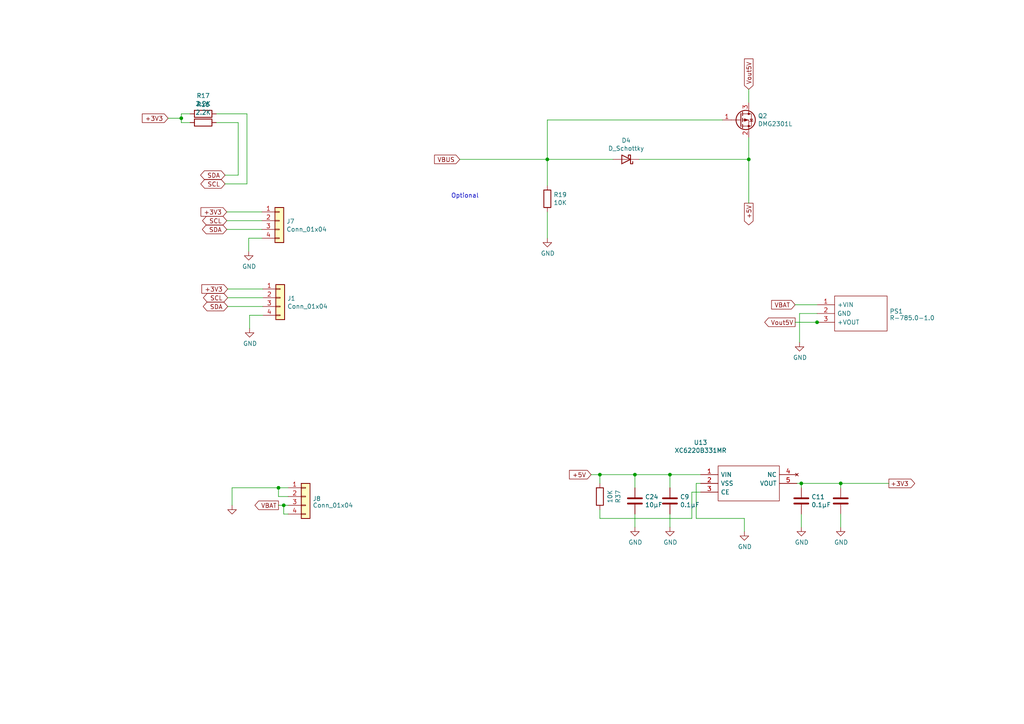
<source format=kicad_sch>
(kicad_sch (version 20230121) (generator eeschema)
  (paper "A4")
  (title_block (title "Harpes_ESP32a") (date "2021-12-11"))
  (lib_symbols
    (symbol "Connector_Generic:Conn_01x04" (pin_names (offset 1.016) hide)
      (property "Reference" "J" (at 0 5.08 0))
      (property "Value" "Conn_01x04" (at 0 -7.62 0))
      (symbol "Conn_01x04_1_1"
        (rectangle (start -1.27 -4.953) (end 0 -5.207) (stroke (width 0.1524)))
        (rectangle (start -1.27 -2.413) (end 0 -2.667) (stroke (width 0.1524)))
        (rectangle (start -1.27 0.127) (end 0 -0.127) (stroke (width 0.1524)))
        (rectangle (start -1.27 2.667) (end 0 2.413) (stroke (width 0.1524)))
        (rectangle (start -1.27 3.81) (end 1.27 -6.35) (stroke (width 0.254)) (fill (type background)))
        (pin passive line (at -5.08 2.54 0) (length 3.81) (name "Pin_1") (number "1"))
        (pin passive line (at -5.08 0 0) (length 3.81) (name "Pin_2") (number "2"))
        (pin passive line (at -5.08 -2.54 0) (length 3.81) (name "Pin_3") (number "3"))
        (pin passive line (at -5.08 -5.08 0) (length 3.81) (name "Pin_4") (number "4"))
      )
    )
    (symbol "Device:C" (pin_numbers hide) (pin_names (offset 0.254))
      (property "Reference" "C" (at 0.635 2.54 0))
      (property "Value" "C" (at 0.635 -2.54 0))
      (symbol "C_0_1"
        (polyline (pts (xy -2.032 -0.762) (xy 2.032 -0.762)) (stroke (width 0.508)))
        (polyline (pts (xy -2.032 0.762) (xy 2.032 0.762)) (stroke (width 0.508)))
      )
      (symbol "C_1_1"
        (pin passive line (at 0 3.81 270) (length 2.794) (name "~") (number "1"))
        (pin passive line (at 0 -3.81 90) (length 2.794) (name "~") (number "2"))
      )
    )
    (symbol "Device:D_Schottky" (pin_numbers hide) (pin_names (offset 1.016) hide)
      (property "Reference" "D" (at 0 2.54 0))
      (property "Value" "D_Schottky" (at 0 -2.54 0))
      (symbol "D_Schottky_0_1"
        (polyline (pts (xy 1.27 0) (xy -1.27 0)))
        (polyline (pts (xy 1.27 1.27) (xy 1.27 -1.27) (xy -1.27 0) (xy 1.27 1.27)) (stroke (width 0.254)))
        (polyline (pts (xy -1.905 0.635) (xy -1.905 1.27) (xy -1.27 1.27) (xy -1.27 -1.27) (xy -0.635 -1.27) (xy -0.635 -0.635)) (stroke (width 0.254)))
      )
      (symbol "D_Schottky_1_1"
        (pin passive line (at -3.81 0 0) (length 2.54) (name "K") (number "1"))
        (pin passive line (at 3.81 0 180) (length 2.54) (name "A") (number "2"))
      )
    )
    (symbol "Device:R" (pin_numbers hide) (pin_names (offset 0))
      (property "Reference" "R" (at 2.032 0 90))
      (property "Value" "R" (at 0 0 90))
      (symbol "R_0_1"
        (rectangle (start -1.016 -2.54) (end 1.016 2.54) (stroke (width 0.254)))
      )
      (symbol "R_1_1"
        (pin passive line (at 0 3.81 270) (length 1.27) (name "~") (number "1"))
        (pin passive line (at 0 -3.81 90) (length 1.27) (name "~") (number "2"))
      )
    )
    (symbol "R-785.0-1.0:R-785.0-1.0" (pin_names (offset 0.762))
      (property "Reference" "PS" (at 21.59 7.62 0))
      (property "Value" "R-785.0-1.0" (at 21.59 5.08 0))
      (symbol "R-785.0-1.0_0_0"
        (pin passive line (at 0 0 0) (length 5.08) (name "+VIN") (number "1"))
        (pin passive line (at 0 -2.54 0) (length 5.08) (name "GND") (number "2"))
        (pin passive line (at 0 -5.08 0) (length 5.08) (name "+VOUT") (number "3"))
      )
      (symbol "R-785.0-1.0_0_1"
        (polyline (pts (xy 5.08 2.54) (xy 20.32 2.54) (xy 20.32 -7.62) (xy 5.08 -7.62) (xy 5.08 2.54)) (stroke (width 0.1524)))
      )
    )
    (symbol "RE1C002UN:DMG2301L" (pin_names hide)
      (property "Reference" "Q" (at 5.08 1.905 0))
      (property "Value" "DMG2301L" (at 5.08 0 0))
      (symbol "DMG2301L_0_1"
        (polyline (pts (xy 0.254 0) (xy -2.54 0)))
        (polyline (pts (xy 0.254 1.905) (xy 0.254 -1.905)) (stroke (width 0.254)))
        (polyline (pts (xy 0.762 -1.27) (xy 0.762 -2.286)) (stroke (width 0.254)))
        (polyline (pts (xy 0.762 0.508) (xy 0.762 -0.508)) (stroke (width 0.254)))
        (polyline (pts (xy 0.762 2.286) (xy 0.762 1.27)) (stroke (width 0.254)))
        (polyline (pts (xy 2.54 2.54) (xy 2.54 1.778)))
        (polyline (pts (xy 2.54 -2.54) (xy 2.54 0) (xy 0.762 0)))
        (polyline (pts (xy 0.762 1.778) (xy 3.302 1.778) (xy 3.302 -1.778) (xy 0.762 -1.778)))
        (polyline (pts (xy 2.286 0) (xy 1.27 0.381) (xy 1.27 -0.381) (xy 2.286 0)) (fill (type outline)))
        (polyline (pts (xy 2.794 -0.508) (xy 2.921 -0.381) (xy 3.683 -0.381) (xy 3.81 -0.254)))
        (polyline (pts (xy 3.302 -0.381) (xy 2.921 0.254) (xy 3.683 0.254) (xy 3.302 -0.381)))
        (circle (center 1.651 0) (radius 2.794) (stroke (width 0.254)))
        (circle (center 2.54 -1.778) (radius 0.254) (fill (type outline)))
        (circle (center 2.54 1.778) (radius 0.254) (fill (type outline)))
      )
      (symbol "DMG2301L_1_1"
        (pin input line (at -5.08 0 0) (length 2.54) (name "G") (number "1"))
        (pin passive line (at 2.54 -5.08 90) (length 2.54) (name "S") (number "2"))
        (pin passive line (at 2.54 5.08 270) (length 2.54) (name "D") (number "3"))
      )
    )
    (symbol "XC6220B331MR-G:XC6220B331MR-G" (pin_names (offset 0.762))
      (property "Reference" "IC" (at 24.13 7.62 0))
      (property "Value" "XC6220B331MR-G" (at 24.13 5.08 0))
      (symbol "XC6220B331MR-G_0_0"
        (pin passive line (at 0 0 0) (length 5.08) (name "VIN") (number "1"))
        (pin passive line (at 0 -2.54 0) (length 5.08) (name "VSS") (number "2"))
        (pin passive line (at 0 -5.08 0) (length 5.08) (name "CE") (number "3"))
        (pin no_connect line (at 27.94 0 180) (length 5.08) (name "NC") (number "4"))
        (pin passive line (at 27.94 -2.54 180) (length 5.08) (name "VOUT") (number "5"))
      )
      (symbol "XC6220B331MR-G_0_1"
        (polyline (pts (xy 5.08 2.54) (xy 22.86 2.54) (xy 22.86 -7.62) (xy 5.08 -7.62) (xy 5.08 2.54)) (stroke (width 0.1524)))
      )
    )
    (symbol "power:GND" (power) (pin_names (offset 0))
      (property "Value" "GND" (at 0 -3.81 0))
      (symbol "GND_0_1"
        (polyline (pts (xy 0 0) (xy 0 -1.27) (xy 1.27 -1.27) (xy 0 -2.54) (xy -1.27 -1.27) (xy 0 -1.27)))
      )
      (symbol "GND_1_1"
        (pin power_in line (at 0 0 270) (length 0) hide (name "GND") (number "1"))
      )
    )
  )
  (junction (at 194.31 137.668))
  (junction (at 217.17 46.228))
  (junction (at 184.15 137.668))
  (junction (at 158.75 46.228))
  (junction (at 173.99 137.668))
  (junction (at 82.296 146.558))
  (junction (at 232.41 140.208))
  (junction (at 243.84 140.208))
  (junction (at 80.772 141.478))
  (junction (at 52.578 34.29))
  (junction (at 236.982 93.472))
  (wire (pts (xy 232.41 149.098) (xy 232.41 152.908)))
  (wire (pts (xy 67.31 141.478) (xy 67.31 146.558)))
  (wire (pts (xy 217.17 39.878) (xy 217.17 46.228)))
  (wire (pts (xy 194.31 149.098) (xy 194.31 152.908)))
  (wire (pts (xy 65.786 61.468) (xy 75.946 61.468)))
  (wire (pts (xy 243.84 141.478) (xy 243.84 140.208)))
  (wire (pts (xy 72.39 91.44) (xy 72.39 95.25)))
  (wire (pts (xy 71.628 33.02) (xy 62.738 33.02)))
  (wire (pts (xy 52.578 34.29) (xy 52.578 33.02)))
  (wire (pts (xy 173.99 150.368) (xy 200.66 150.368)))
  (wire (pts (xy 133.35 46.228) (xy 158.75 46.228)))
  (wire (pts (xy 243.84 149.098) (xy 243.84 152.908)))
  (wire (pts (xy 80.772 141.478) (xy 67.31 141.478)))
  (wire (pts (xy 232.41 141.478) (xy 232.41 140.208)))
  (wire (pts (xy 75.946 64.008) (xy 65.786 64.008)))
  (wire (pts (xy 71.628 53.34) (xy 71.628 33.02)))
  (wire (pts (xy 66.04 83.82) (xy 76.2 83.82)))
  (wire (pts (xy 231.902 90.932) (xy 231.902 99.314)))
  (wire (pts (xy 194.31 137.668) (xy 194.31 141.478)))
  (wire (pts (xy 83.566 141.478) (xy 80.772 141.478)))
  (wire (pts (xy 184.15 137.668) (xy 184.15 141.478)))
  (wire (pts (xy 158.75 46.228) (xy 158.75 53.848)))
  (wire (pts (xy 80.772 146.558) (xy 82.296 146.558)))
  (wire (pts (xy 72.136 69.088) (xy 72.136 72.898)))
  (wire (pts (xy 69.088 35.56) (xy 62.738 35.56)))
  (wire (pts (xy 52.578 33.02) (xy 55.118 33.02)))
  (wire (pts (xy 158.75 34.798) (xy 209.55 34.798)))
  (wire (pts (xy 173.99 140.208) (xy 173.99 137.668)))
  (wire (pts (xy 203.2 142.748) (xy 200.66 142.748)))
  (wire (pts (xy 236.982 90.932) (xy 231.902 90.932)))
  (wire (pts (xy 158.75 61.468) (xy 158.75 69.088)))
  (wire (pts (xy 201.93 150.368) (xy 215.9 150.368)))
  (wire (pts (xy 66.04 88.9) (xy 76.2 88.9)))
  (wire (pts (xy 215.9 150.368) (xy 215.9 154.178)))
  (wire (pts (xy 80.772 141.478) (xy 80.772 144.018)))
  (wire (pts (xy 76.2 86.36) (xy 66.04 86.36)))
  (wire (pts (xy 200.66 142.748) (xy 200.66 150.368)))
  (wire (pts (xy 76.2 91.44) (xy 72.39 91.44)))
  (wire (pts (xy 75.946 69.088) (xy 72.136 69.088)))
  (wire (pts (xy 230.632 93.472) (xy 236.982 93.472)))
  (wire (pts (xy 173.99 150.368) (xy 173.99 147.828)))
  (wire (pts (xy 230.632 88.392) (xy 236.982 88.392)))
  (wire (pts (xy 82.296 146.558) (xy 83.566 146.558)))
  (wire (pts (xy 194.31 137.668) (xy 203.2 137.668)))
  (wire (pts (xy 80.772 144.018) (xy 83.566 144.018)))
  (wire (pts (xy 55.118 35.56) (xy 52.578 35.56)))
  (wire (pts (xy 173.99 137.668) (xy 184.15 137.668)))
  (wire (pts (xy 52.578 34.29) (xy 48.768 34.29)))
  (wire (pts (xy 236.982 93.472) (xy 237.236 93.472)))
  (wire (pts (xy 232.41 140.208) (xy 243.84 140.208)))
  (wire (pts (xy 231.14 140.208) (xy 232.41 140.208)))
  (wire (pts (xy 203.2 140.208) (xy 201.93 140.208)))
  (wire (pts (xy 217.17 29.718) (xy 217.17 25.908)))
  (wire (pts (xy 69.088 50.8) (xy 65.278 50.8)))
  (wire (pts (xy 171.45 137.668) (xy 173.99 137.668)))
  (wire (pts (xy 52.578 35.56) (xy 52.578 34.29)))
  (wire (pts (xy 69.088 50.8) (xy 69.088 35.56)))
  (wire (pts (xy 71.628 53.34) (xy 65.278 53.34)))
  (wire (pts (xy 243.84 140.208) (xy 257.81 140.208)))
  (wire (pts (xy 65.786 66.548) (xy 75.946 66.548)))
  (wire (pts (xy 184.15 137.668) (xy 194.31 137.668)))
  (wire (pts (xy 82.296 146.558) (xy 82.296 149.098)))
  (wire (pts (xy 158.75 46.228) (xy 158.75 34.798)))
  (wire (pts (xy 185.42 46.228) (xy 217.17 46.228)))
  (wire (pts (xy 217.17 46.228) (xy 217.17 58.928)))
  (wire (pts (xy 184.15 149.098) (xy 184.15 152.908)))
  (wire (pts (xy 158.75 46.228) (xy 177.8 46.228)))
  (wire (pts (xy 201.93 140.208) (xy 201.93 150.368)))
  (wire (pts (xy 82.296 149.098) (xy 83.566 149.098)))
  (text "Optional" (at 130.81 57.658 0) (effects (font (size 1.27 1.27)) (justify left bottom)))
  (global_label "+3V3" (shape input) (at 66.04 83.82 180) (property "Intersheetrefs" "${INTERSHEET_REFS}" (effects hide)))
  (global_label "SCL" (shape bidirectional) (at 65.786 64.008 180) (property "Intersheetrefs" "${INTERSHEET_REFS}" (effects hide)))
  (global_label "+3V3" (shape input) (at 48.768 34.29 180) (property "Intersheetrefs" "${INTERSHEET_REFS}" (effects hide)))
  (global_label "Vout5V" (shape output) (at 230.632 93.472 180) (property "Intersheetrefs" "${INTERSHEET_REFS}" (effects hide)))
  (global_label "+5V" (shape output) (at 217.17 58.928 270) (property "Intersheetrefs" "${INTERSHEET_REFS}" (effects hide)))
  (global_label "SCL" (shape bidirectional) (at 65.278 53.34 180) (property "Intersheetrefs" "${INTERSHEET_REFS}" (effects hide)))
  (global_label "+3V3" (shape input) (at 65.786 61.468 180) (property "Intersheetrefs" "${INTERSHEET_REFS}" (effects hide)))
  (global_label "VBAT" (shape output) (at 80.772 146.558 180) (property "Intersheetrefs" "${INTERSHEET_REFS}" (effects hide)))
  (global_label "SDA" (shape bidirectional) (at 65.786 66.548 180) (property "Intersheetrefs" "${INTERSHEET_REFS}" (effects hide)))
  (global_label "SDA" (shape bidirectional) (at 65.278 50.8 180) (property "Intersheetrefs" "${INTERSHEET_REFS}" (effects hide)))
  (global_label "VBUS" (shape input) (at 133.35 46.228 180) (property "Intersheetrefs" "${INTERSHEET_REFS}" (effects hide)))
  (global_label "SDA" (shape bidirectional) (at 66.04 88.9 180) (property "Intersheetrefs" "${INTERSHEET_REFS}" (effects hide)))
  (global_label "SCL" (shape bidirectional) (at 66.04 86.36 180) (property "Intersheetrefs" "${INTERSHEET_REFS}" (effects hide)))
  (global_label "Vout5V" (shape input) (at 217.17 25.908 90) (property "Intersheetrefs" "${INTERSHEET_REFS}" (effects hide)))
  (global_label "+5V" (shape input) (at 171.45 137.668 180) (property "Intersheetrefs" "${INTERSHEET_REFS}" (effects hide)))
  (global_label "+3V3" (shape output) (at 257.81 140.208 0) (property "Intersheetrefs" "${INTERSHEET_REFS}" (effects hide)))
  (global_label "VBAT" (shape input) (at 230.632 88.392 180) (property "Intersheetrefs" "${INTERSHEET_REFS}" (effects hide)))
  (symbol (lib_id "Connector_Generic:Conn_01x04") (at 81.026 64.008 0) (unit 1)
    (property "Reference" "J7" (at 83.058 64.2112 0) (effects (justify left)))
    (property "Value" "Conn_01x04" (at 83.058 66.5226 0) (effects (justify left)))
    (property "Footprint" "Empreintes:1989764" (effects hide))
  )
  (symbol (lib_id "power:GND") (at 72.136 72.898 0) (unit 1)
    (property "Reference" "#PWR0143" (effects hide))
    (property "Value" "GND" (at 72.263 77.2922 0))
  )
  (symbol (lib_id "power:GND") (at 158.75 69.088 0) (unit 1)
    (property "Reference" "#PWR0147" (effects hide))
    (property "Value" "GND" (at 158.877 73.4822 0))
  )
  (symbol (lib_id "RE1C002UN:DMG2301L") (at 214.63 34.798 0) (unit 1)
    (property "Reference" "Q2" (at 219.8116 33.6296 0) (effects (justify left)))
    (property "Value" "DMG2301L" (at 219.8116 35.941 0) (effects (justify left)))
    (property "Footprint" "Package_TO_SOT_SMD:SOT-23" (effects hide))
    (property "Datasheet" "https://www.diodes.com/assets/Datasheets/DMG2301L.pdf" (effects hide))
  )
  (symbol (lib_id "Device:D_Schottky") (at 181.61 46.228 180) (unit 1)
    (property "Reference" "D4" (at 181.61 40.7416 0))
    (property "Value" "D_Schottky" (at 181.61 43.053 0))
    (property "Footprint" "Diode_SMD:D_SOD-323" (effects hide))
  )
  (symbol (lib_id "Device:R") (at 158.75 57.658 0) (unit 1)
    (property "Reference" "R19" (at 160.528 56.4896 0) (effects (justify left)))
    (property "Value" "10K" (at 160.528 58.801 0) (effects (justify left)))
    (property "Footprint" "Resistor_SMD:R_0603_1608Metric" (effects hide))
  )
  (symbol (lib_id "Device:R") (at 58.928 35.56 270) (unit 1)
    (property "Reference" "R16" (at 58.928 30.3022 90))
    (property "Value" "2.2K" (at 58.928 32.6136 90))
    (property "Footprint" "Resistor_SMD:R_0603_1608Metric" (effects hide))
  )
  (symbol (lib_id "Device:R") (at 58.928 33.02 270) (unit 1)
    (property "Reference" "R17" (at 58.928 27.7622 90))
    (property "Value" "2.2K" (at 58.928 30.0736 90))
    (property "Footprint" "Resistor_SMD:R_0603_1608Metric" (effects hide))
  )
  (symbol (lib_id "R-785.0-1.0:R-785.0-1.0") (at 236.982 88.392 0) (unit 1)
    (property "Reference" "PS1" (at 258.0132 90.2883 0) (effects (justify left)))
    (property "Value" "R-785.0-1.0" (at 258.0132 92.2093 0) (effects (justify left)))
    (property "Footprint" "Empreintes:R785010" (effects hide))
    (property "Datasheet" "https://www.recom-power.com/pdf/Innoline/R-78xx-1.0.pdf" (effects hide))
    (property "Description" "Recom Switching Regulator, 6.5  18V Input, 5V Output, 1A" (effects hide))
    (property "Height" "10.7" (effects hide))
    (property "Mouser Part Number" "919-R-785.0-1.0" (effects hide))
    (property "Mouser Price/Stock" "https://www.mouser.co.uk/ProductDetail/RECOM-Power/R-785.0-1.0?qs=YWgezujkI1LK5NzKL%2Fc9sg%3D%3D" (effects hide))
    (property "Manufacturer_Name" "RECOM Power" (effects hide))
    (property "Manufacturer_Part_Number" "R-785.0-1.0" (effects hide))
  )
  (symbol (lib_id "Device:C") (at 194.31 145.288 0) (unit 1)
    (property "Reference" "C9" (at 197.231 144.1196 0) (effects (justify left)))
    (property "Value" "0.1µF" (at 197.231 146.431 0) (effects (justify left)))
    (property "Footprint" "Capacitor_SMD:C_0603_1608Metric" (effects hide))
  )
  (symbol (lib_id "Connector_Generic:Conn_01x04") (at 81.28 86.36 0) (unit 1)
    (property "Reference" "J1" (at 83.312 86.5632 0) (effects (justify left)))
    (property "Value" "Conn_01x04" (at 83.312 88.8746 0) (effects (justify left)))
    (property "Footprint" "Empreintes:1989764" (effects hide))
  )
  (symbol (lib_id "Connector_Generic:Conn_01x04") (at 88.646 144.018 0) (unit 1)
    (property "Reference" "J8" (at 90.678 144.6443 0) (effects (justify left)))
    (property "Value" "Conn_01x04" (at 90.678 146.5653 0) (effects (justify left)))
    (property "Footprint" "Empreintes:1862411" (effects hide))
    (instances (project "Harpe_ESP32" (path "" (reference "J8") (unit 1)) (path "" (reference "J11") (unit 1))))
  )
  (symbol (lib_id "power:GND") (at 215.9 154.178 0) (unit 1)
    (property "Reference" "#PWR0110" (effects hide))
    (property "Value" "GND" (at 216.027 158.5722 0))
    (instances (project "Harpe_ESP32" (path "" (reference "#PWR0110") (unit 1)) (path "" (reference "#PWR05") (unit 1))))
  )
  (symbol (lib_id "XC6220B331MR-G:XC6220B331MR-G") (at 203.2 137.668 0) (unit 1)
    (property "Reference" "U13" (at 203.2 128.3462 0))
    (property "Value" "XC6220B331MR" (at 203.2 130.6576 0))
    (property "Footprint" "Package_TO_SOT_SMD:SOT-23-5" (effects hide))
    (property "Datasheet" "https://www.torexsemi.com/file/xc6220/XC6220.pdf" (effects hide))
  )
  (symbol (lib_id "power:GND") (at 232.41 152.908 0) (unit 1)
    (property "Reference" "#PWR0114" (effects hide))
    (property "Value" "GND" (at 232.537 157.3022 0))
    (instances (project "Harpe_ESP32" (path "" (reference "#PWR0114") (unit 1)) (path "" (reference "#PWR06") (unit 1))))
  )
  (symbol (lib_id "Device:C") (at 184.15 145.288 0) (unit 1)
    (property "Reference" "C24" (at 187.071 144.1196 0) (effects (justify left)))
    (property "Value" "10µF" (at 187.071 146.431 0) (effects (justify left)))
    (property "Footprint" "Capacitor_SMD:C_0805_2012Metric" (effects hide))
  )
  (symbol (lib_id "Device:R") (at 173.99 144.018 180) (unit 1)
    (property "Reference" "R37" (at 179.2478 144.018 90))
    (property "Value" "10K" (at 176.9364 144.018 90))
    (property "Footprint" "Resistor_SMD:R_0603_1608Metric" (effects hide))
  )
  (symbol (lib_id "power:GND") (at 243.84 152.908 0) (unit 1)
    (property "Reference" "#PWR0161" (effects hide))
    (property "Value" "GND" (at 243.967 157.3022 0))
    (instances (project "Harpe_ESP32" (path "" (reference "#PWR0161") (unit 1)) (path "" (reference "#PWR07") (unit 1))))
  )
  (symbol (lib_id "power:GND") (at 67.31 146.558 0) (unit 1)
    (property "Reference" "#PWR014" (effects hide))
    (property "Value" "GND" (effects hide))
    (instances (project "Harpe_ESP32" (path "" (reference "#PWR014") (unit 1)) (path "" (reference "#PWR017") (unit 1))))
  )
  (symbol (lib_id "Device:C") (at 232.41 145.288 0) (unit 1)
    (property "Reference" "C11" (at 235.331 144.1196 0) (effects (justify left)))
    (property "Value" "0.1µF" (at 235.331 146.431 0) (effects (justify left)))
    (property "Footprint" "Capacitor_SMD:C_0603_1608Metric" (effects hide))
  )
  (symbol (lib_id "power:GND") (at 231.902 99.314 0) (unit 1)
    (property "Reference" "#PWR0161" (effects hide))
    (property "Value" "GND" (at 232.029 103.7082 0))
    (instances (project "Harpe_ESP32" (path "" (reference "#PWR0161") (unit 1)) (path "" (reference "#PWR09") (unit 1))))
  )
  (symbol (lib_id "power:GND") (at 72.39 95.25 0) (unit 1)
    (property "Reference" "#PWR01" (effects hide))
    (property "Value" "GND" (at 72.517 99.6442 0))
  )
  (symbol (lib_id "Device:C") (at 243.84 145.288 0) (unit 1)
    (property "Reference" "C25" (effects hide))
    (property "Value" "10µF" (effects hide))
    (property "Footprint" "Capacitor_SMD:C_0805_2012Metric" (effects hide))
  )
  (symbol (lib_id "power:GND") (at 194.31 152.908 0) (unit 1)
    (property "Reference" "#PWR0112" (effects hide))
    (property "Value" "GND" (at 194.437 157.3022 0))
    (instances (project "Harpe_ESP32" (path "" (reference "#PWR0112") (unit 1)) (path "" (reference "#PWR04") (unit 1))))
  )
  (symbol (lib_id "power:GND") (at 184.15 152.908 0) (unit 1)
    (property "Reference" "#PWR0162" (effects hide))
    (property "Value" "GND" (at 184.277 157.3022 0))
    (instances (project "Harpe_ESP32" (path "" (reference "#PWR0162") (unit 1)) (path "" (reference "#PWR03") (unit 1))))
  )
)
</source>
